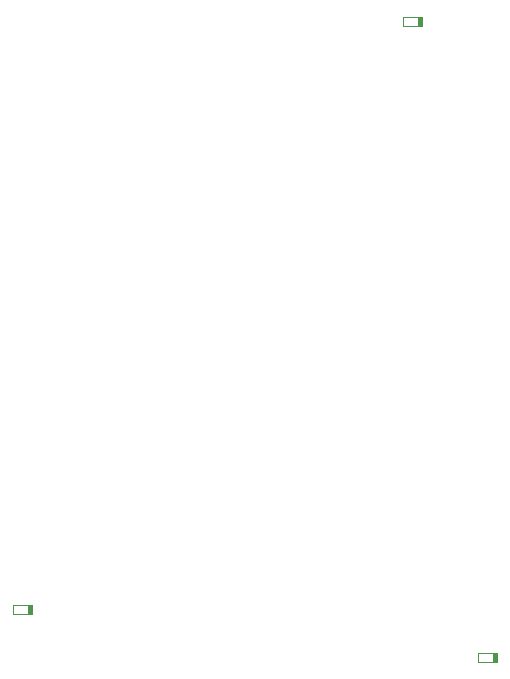
<source format=gbr>
%TF.GenerationSoftware,Altium Limited,Altium Designer,24.4.1 (13)*%
G04 Layer_Color=32768*
%FSLAX45Y45*%
%MOMM*%
%TF.SameCoordinates,7BA59CB3-8EBC-4C6A-B4C6-80429C3BB8AE*%
%TF.FilePolarity,Positive*%
%TF.FileFunction,Other,Top_Component_Outline*%
%TF.Part,Single*%
G01*
G75*
%TA.AperFunction,NonConductor*%
%ADD100C,0.10000*%
%ADD167R,0.30000X0.80000*%
D100*
X9381480Y3084200D02*
Y3164200D01*
X9221480D02*
X9381480D01*
X9221480Y3084200D02*
Y3164200D01*
Y3084200D02*
X9381480D01*
X8741400Y8469000D02*
Y8549000D01*
X8581400D02*
X8741400D01*
X8581400Y8469000D02*
Y8549000D01*
Y8469000D02*
X8741400D01*
X5439400Y3490600D02*
Y3570600D01*
X5279400D02*
X5439400D01*
X5279400Y3490600D02*
Y3570600D01*
Y3490600D02*
X5439400D01*
D167*
X9366480Y3124200D02*
D03*
X8726400Y8509000D02*
D03*
X5424400Y3530600D02*
D03*
%TF.MD5,08d08132216fe203d37fdca789634b27*%
M02*

</source>
